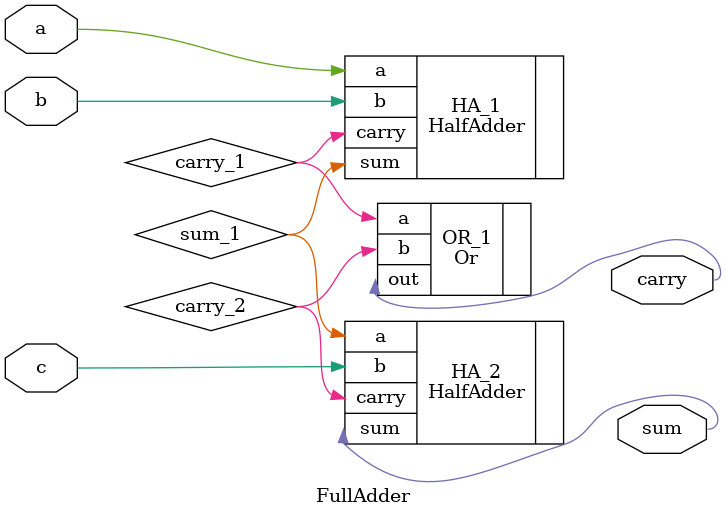
<source format=v>
/**
 * Computes the sum of three bits.
 */

 
module FullAdder(
	input a,		//1-bit input
	input b,		//1-bit input
	input c,		//1-bit input
	output sum,		//Right bit of a + b + c
	output carry	//Left bit of a + b + c
);

	wire sum_1, carry_1, carry_2;
	HalfAdder HA_1(.a(a),.b(b),.sum(sum_1),.carry(carry_1));
	HalfAdder HA_2(.a(sum_1),.b(c),.sum(sum),.carry(carry_2));
	Or OR_1(.a(carry_1),.b(carry_2),.out(carry));

endmodule

</source>
